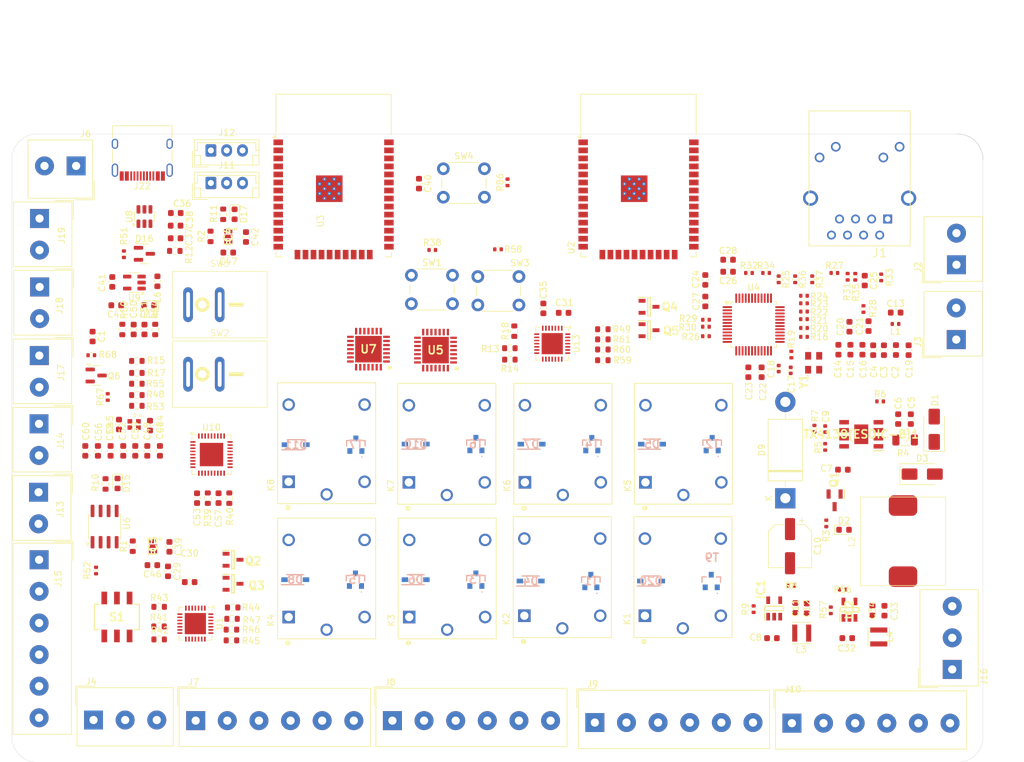
<source format=kicad_pcb>
(kicad_pcb (version 20240108) (generator "pcbnew") (generator_version "8.0")
  (layers (0 "F.Cu" signal) (31 "B.Cu" signal) (34 "B.Paste" user) (35 "F.Paste" user) (36 "B.SilkS" user "B.Silkscreen") (37 "F.SilkS" user "F.Silkscreen") (38 "B.Mask" user) (39 "F.Mask" user) (44 "Edge.Cuts" user))
  (net 0 "")
  (net 1 "+3.3V")
  (net 2 "GND")
  (net 3 "+3.3VA")
  (net 4 "+12V")
  (net 5 "Net-(C7-Pad1)")
  (net 6 "Net-(D3-K)")
  (net 7 "+5V")
  (net 8 "+5V_EXT")
  (net 9 "Net-(TX4138(ESOIC-8)1-FB)")
  (net 10 "+3.3V_1")
  (net 11 "/1V2O")
  (net 12 "/TOCAP")
  (net 13 "Net-(C24-Pad2)")
  (net 14 "Net-(C25-Pad1)")
  (net 15 "Net-(C26-Pad1)")
  (net 16 "Net-(C26-Pad2)")
  (net 17 "Net-(C27-Pad2)")
  (net 18 "Net-(C27-Pad1)")
  (net 19 "CGND")
  (net 20 "+3.3V_2")
  (net 21 "ESP_EN")
  (net 22 "Net-(D2-A)")
  (net 23 "Net-(D4-A)")
  (net 24 "Net-(D5-A)")
  (net 25 "Net-(D6-A)")
  (net 26 "Net-(D7-A)")
  (net 27 "Net-(D8-A)")
  (net 28 "Net-(D10-A)")
  (net 29 "Net-(D11-A)")
  (net 30 "+5V_USB")
  (net 31 "H")
  (net 32 "L")
  (net 33 "Net-(D20-A)")
  (net 34 "Net-(IC1-FB)")
  (net 35 "Net-(IC1-LX)")
  (net 36 "Net-(IC2-LX)")
  (net 37 "Net-(IC2-FB)")
  (net 38 "Net-(J1-Pad3)")
  (net 39 "Net-(J1-Pad11)")
  (net 40 "Net-(J1-Pad9)")
  (net 41 "Net-(J1-Pad1)")
  (net 43 "Net-(J6-Pin_2)")
  (net 44 "Net-(J6-Pin_1)")
  (net 45 "enable_stp1")
  (net 46 "dir1")
  (net 47 "PUL1")
  (net 48 "PUL2")
  (net 49 "enable_stp2")
  (net 50 "dir2")
  (net 51 "PUL3")
  (net 52 "enable_stp3")
  (net 53 "dir3")
  (net 54 "enable_stp4")
  (net 55 "PUL4")
  (net 56 "dir4")
  (net 58 "SBUSIN")
  (net 59 "Net-(J13-Pin_1)")
  (net 60 "Net-(J13-Pin_2)")
  (net 61 "Net-(J14-Pin_1)")
  (net 62 "Net-(J14-Pin_2)")
  (net 63 "dir1_3")
  (net 64 "enable_dc")
  (net 65 "PUL1_3")
  (net 66 "PUT")
  (net 67 "Net-(J17-Pin_2)")
  (net 68 "Net-(J17-Pin_1)")
  (net 69 "Net-(J18-Pin_2)")
  (net 70 "Net-(J18-Pin_1)")
  (net 71 "Net-(J19-Pin_1)")
  (net 72 "Net-(J19-Pin_2)")
  (net 81 "Net-(Q2-B)")
  (net 82 "Net-(Q3-B)")
  (net 83 "Net-(Q4-B)")
  (net 84 "Net-(Q5-B)")
  (net 85 "Net-(Q6-B)")
  (net 86 "RXDS")
  (net 87 "/ILIM")
  (net 88 "Net-(TX4138(ESOIC-8)1-BS)")
  (net 89 "/XO")
  (net 90 "Net-(U4-~{SCS})")
  (net 91 "SCLK")
  (net 92 "MISO")
  (net 93 "Net-(U4-SCLK)")
  (net 94 "Net-(U4-MISO)")
  (net 95 "MOSI")
  (net 96 "Net-(U4-MOSI)")
  (net 97 "INT")
  (net 98 "RST")
  (net 99 "Net-(U4-~{INT})")
  (net 100 "Net-(U4-~{RST})")
  (net 101 "/XI")
  (net 102 "/EXRES1")
  (net 103 "/TXN")
  (net 104 "/TXP")
  (net 105 "/RXN")
  (net 106 "/RXP")
  (net 107 "/LINKLED")
  (net 108 "/ACTLED")
  (net 109 "BOOT1")
  (net 110 "Net-(R38-Pad2)")
  (net 111 "Net-(U1-VBUS)")
  (net 112 "Net-(U1-~{RST})")
  (net 113 "ESP_3V3")
  (net 114 "Net-(S1-NO_1)")
  (net 115 "Net-(R58-Pad2)")
  (net 116 "BOOT2")
  (net 117 "Net-(S1-COM_1)")
  (net 118 "3.3V_2")
  (net 122 "R2")
  (net 123 "R3")
  (net 124 "R5")
  (net 125 "R4")
  (net 126 "R6")
  (net 127 "R7")
  (net 128 "R8")
  (net 129 "R1")
  (net 151 "Net-(C18-Pad1)")
  (net 153 "IO21{slash}WIRE_SDA_2")
  (net 157 "IO22{slash}WIRE_SCL_2")
  (net 160 "IO21{slash}WIRE_SDA_1")
  (net 161 "D")
  (net 162 "R")
  (net 166 "IO22{slash}WIRE_SCL_1")
  (net 168 "CS")
  (net 169 "PUUP1")
  (net 173 "PUUP")
  (net 177 "FUAL2PIN")
  (net 183 "FUALPIN")
  (net 239 "GNDPWR")
  (net 240 "VBUS_DTS")
  (net 241 "+5V_HOST_Filtered")
  (net 242 "+5V_PORT1")
  (net 243 "Net-(U9-BP)")
  (net 244 "+5V_PORT2")
  (net 245 "XTAL_OUT")
  (net 246 "XTAL_IN")
  (net 247 "Net-(U10-PLLFILT)")
  (net 248 "Net-(U10-CRFILT)")
  (net 249 "Net-(D15-K)")
  (net 250 "Net-(D17-K)")
  (net 251 "Net-(D18-K)")
  (net 252 "PRTPWR1")
  (net 253 "Net-(IC3-ILIMIT)")
  (net 254 "OCS_N1")
  (net 255 "PRTPWR2")
  (net 256 "Net-(IC4-ILIMIT)")
  (net 257 "OCS_N2")
  (net 258 "D-")
  (net 262 "D+")
  (net 264 "RTS1")
  (net 265 "DTR1")
  (net 266 "PUDUNE1")
  (net 267 "RTS2")
  (net 268 "DTR2")
  (net 269 "Net-(U13-VBUS)")
  (net 270 "/VBUS_DET")
  (net 271 "Net-(U13-~{RST})")
  (net 272 "TX0_1")
  (net 273 "RXD1")
  (net 274 "RX0_1")
  (net 275 "TXD1")
  (net 276 "Net-(U10-SCL{slash}SMBCLK{slash}CFG_SEL0)")
  (net 277 "Net-(U10-RBIAS)")
  (net 278 "Net-(U10-SDA{slash}SMBDATA{slash}NON_REM1)")
  (net 279 "Net-(U10-SUSP_IND{slash}LOCAL_PWR{slash}NON_REM0)")
  (net 280 "Net-(U10-HS_IND{slash}CFG_SEL1)")
  (net 281 "RXD2")
  (net 282 "TX0_2")
  (net 283 "RX0_2")
  (net 284 "TXD2")
  (net 285 "USB_PORT1_M")
  (net 286 "USB_PORT1_P")
  (net 287 "USBDP_UP")
  (net 288 "USBDM_UP")
  (net 291 "USB_PORT2_P")
  (net 297 "USB_PORT2_M")
  (footprint "Capacitor_SMD:C_0603_1608Metric" (layer "F.Cu") (at 103.75 75.925 90)
    (property "Reference" "C50")
    (property "Value" "100nF")
  )
  (footprint "Capacitor_SMD:C_0603_1608Metric" (layer "F.Cu") (at 226.25 79.2 90)
    (property "Reference" "C19")
    (property "Value" "0.1uF")
  )
  (footprint "TerminalBlock_Altech:Altech_AK100_1x06_P5.00mm" (layer "F.Cu") (at 176.65 138.1)
    (property "Reference" "J9")
    (property "Value" "Screw_Terminal_01x06")
  )
  (footprint "customESP_Controller:SS8050_SOT95P240X115-3N" (layer "F.Cu") (at 185.21429 76.0375)
    (property "Reference" "Q5")
    (property "Value" "SS8050-G(RANGE:120-200)" (hide yes))
  )
  (footprint "TerminalBlock_Altech:Altech_AK100_1x03_P5.00mm" (layer "F.Cu") (at 233.15 129.7 90)
    (property "Reference" "J16")
    (property "Value" "Screw_Terminal_01x03")
  )
  (footprint "Capacitor_SMD:C_0603_1608Metric" (layer "F.Cu") (at 105.9 95.125 90)
    (property "Reference" "C49")
    (property "Value" "100nF")
  )
  (footprint "Package_TO_SOT_SMD:SOT-23" (layer "F.Cu") (at 97.8125 83.2)
    (property "Reference" "Q6")
    (property "Value" "BC817")
  )
  (footprint "RF_Module:ESP32-WROOM-32" (layer "F.Cu") (at 183.55 54.57)
    (property "Reference" "U2")
    (property "Value" "ESP32-WROOM-32")
  )
  (footprint "customESP_Controller:TX4138_SOIC127P600X165-9N" (layer "F.Cu") (at 218.7625 92.5 180)
    (property "Reference" "TX4138(ESOIC-8)1")
    (property "Value" "~" (hide yes))
  )
  (footprint "Capacitor_SMD:C_0603_1608Metric" (layer "F.Cu") (at 113.76571 102.605 -90)
    (property "Reference" "C53")
    (property "Value" "100nF")
  )
  (footprint "Resistor_SMD:R_0402_1005Metric" (layer "F.Cu") (at 219.11429 72.6875 90)
    (property "Reference" "R28")
    (property "Value" "0R")
  )
  (footprint "Capacitor_SMD:C_0603_1608Metric" (layer "F.Cu") (at 218.95 79.125 90)
    (property "Reference" "C16")
    (property "Value" "0.1uF")
  )
  (footprint "Package_DFN_QFN:QFN-28-1EP_5x5mm_P0.5mm_EP3.35x3.35mm" (layer "F.Cu") (at 169.91429 78.1675 -90)
    (property "Reference" "U13")
    (property "Value" "CP2102N-Axx-xQFN28")
  )
  (footprint "Resistor_SMD:R_0402_1005Metric" (layer "F.Cu") (at 221.7525 87.3)
    (property "Reference" "R6")
    (property "Value" "5.23k/1%/R0402")
  )
  (footprint "Capacitor_SMD:C_0402_1005Metric" (layer "F.Cu") (at 205.71429 82.1075 -90)
    (property "Reference" "C18")
    (property "Value" "18pF")
  )
  (footprint "Resistor_SMD:R_0402_1005Metric" (layer "F.Cu") (at 209.71429 71.7875 180)
    (property "Reference" "R23")
    (property "Value" "20R")
  )
  (footprint "Resistor_SMD:R_0603_1608Metric" (layer "F.Cu") (at 177.91429 80.7875)
    (property "Reference" "R59")
    (property "Value" "10k (5%)")
  )
  (footprint "TerminalBlock_Altech:Altech_AK100_1x02_P5.00mm" (layer "F.Cu") (at 88.8825 69.2 -90)
    (property "Reference" "J18")
    (property "Value" "Screw_Terminal_01x02")
  )
  (footprint "Resistor_SMD:R_0402_1005Metric" (layer "F.Cu") (at 211.3625 91.61 90)
    (property "Reference" "R7")
    (property "Value" "30.1k/1%/R0402")
  )
  (footprint "Connector_JST:JST_EH_B3B-EH-A_1x03_P2.50mm_Vertical" (layer "F.Cu") (at 115.95 47.6)
    (property "Reference" "J12")
    (property "Value" "Conn_01x03_Pin")
  )
  (footprint "Capacitor_SMD:C_0603_1608Metric" (layer "F.Cu") (at 148.85 52.85 -90)
    (property "Reference" "C40")
    (property "Value" "1uF/10V/10%/X5R/C0603")
  )
  (footprint "TerminalBlock_Altech:Altech_AK100_1x02_P5.00mm" (layer "F.Cu") (at 94.65 50.05 180)
    (property "Reference" "J6")
    (property "Value" "Screw_Terminal_01x02")
  )
  (footprint "Resistor_SMD:R_0603_1608Metric" (layer "F.Cu") (at 163.21429 78.8875)
    (property "Reference" "R13")
    (property "Value" "22.1k (5%)")
  )
  (footprint "Resistor_SMD:R_0402_1005Metric" (layer "F.Cu") (at 209.71429 75.6875 180)
    (property "Reference" "R20")
    (property "Value" "20R")
  )
  (footprint "customESP_Controller:RELAY_SRD-05VDC-SL-C" (layer "F.Cu") (at 171.507142 115.1 90)
    (property "Reference" "K2")
    (property "Value" "SRD-05VDC-SL-C")
  )
  (footprint "Resistor_SMD:R_1206_3216Metric" (layer "F.Cu") (at 225.7 93.4)
    (property "Reference" "R4")
    (property "Value" "0.03R/1%/R1206")
  )
  (footprint "Package_QFP:LQFP-48_7x7mm_P0.5mm" (layer "F.Cu") (at 201.75179 75.1375)
    (property "Reference" "U4")
    (property "Value" "W5500")
  )
  (footprint "TerminalBlock_Altech:Altech_AK100_1x02_P5.00mm" (layer "F.Cu") (at 233.81429 65.6875 90)
    (property "Reference" "J2")
    (property "Value" "Screw_Terminal_01x02")
  )
  (footprint "Resistor_SMD:R_0402_1005Metric" (layer "F.Cu") (at 209.71429 70.5875 180)
    (property "Reference" "R24")
    (property "Value" "20R")
  )
  (footprint "LED_SMD:LED_0603_1608Metric" (layer "F.Cu") (at 216.0375 107.6)
    (property "Reference" "D2")
    (property "Value" "LED/RED/0603")
  )
  (footprint "Resistor_SMD:R_0402_1005Metric" (layer "F.Cu") (at 161.34 63.25 180)
    (property "Reference" "R58")
    (property "Value" "100R/R0402")
  )
  (footprint "Capacitor_SMD:C_0603_1608Metric" (layer "F.Cu") (at 219.91429 75.3875 90)
    (property "Reference" "C21")
    (property "Value" "0.1uF")
  )
  (footprint "customESP_Controller:SS8050_SOT95P240X115-3N" (layer "F.Cu") (at 119.45 116.15)
    (property "Reference" "Q3")
    (property "Value" "SS8050-G(RANGE:120-200)" (hide yes))
  )
  (footprint "TerminalBlock_Altech:Altech_AK100_1x06_P5.00mm" (layer "F.Cu") (at 144.65 137.8)
    (property "Reference" "J8")
    (property "Value" "Screw_Terminal_01x06")
  )
  (footprint "RF_Module:ESP32-WROOM-32" (layer "F.Cu") (at 135.35 54.57)
    (property "Reference" "U3")
    (property "Value" "ESP32-WROOM-32")
  )
  (footprint "Capacitor_SMD:C_0603_1608Metric" (layer "F.Cu") (at 203.01429 82.6875 -90)
    (property "Reference" "C22")
    (property "Value" "10nF")
  )
  (footprint "customESP_Controller:RELAY_SRD-05VDC-SL-C" (layer "F.Cu") (at 171.592858 94 90)
    (property "Reference" "K6")
    (property "Value" "SRD-05VDC-SL-C")
  )
  (footprint "Capacitor_SMD:C_0603_1608Metric" (layer "F.Cu") (at 171.71429 73.2875 180)
    (property "Reference" "C31")
    (property "Value" "4.7uF/6.3V (10%)")
  )
  (footprint "Resistor_SMD:R_0402_1005Metric" (layer "F.Cu") (at 216.61429 67.5775 90)
    (property "Reference" "R31")
    (property "Value" "49R9/1%")
  )
  (footprint "Package_SO:SOIC-8_3.9x4.9mm_P1.27mm" (layer "F.Cu") (at 99.15 107.1 90)
    (property "Reference" "U6")
    (property "Value" "SN65HVD233")
  )
  (footprint "Capacitor_SMD:C_0603_1608Metric" (layer "F.Cu") (at 200.91429 82.6875 -90)
    (property "Reference" "C23")
    (property "Value" "4.7uF")
  )
  (footprint "Capacitor_SMD:C_0603_1608Metric" (layer "F.Cu") (at 110.375 61.5)
    (property "Reference" "C37")
    (property "Value" "2.2uF")
  )
  (footprint "Resistor_SMD:R_0402_1005Metric" (layer "F.Cu") (at 97.05 80 180)
    (property "Reference" "R68")
    (property "Value" "10k")
  )
  (footprint "Resistor_SMD:R_0402_1005Metric" (layer "F.Cu") (at 213.2375 106.6 90)
    (property "Reference" "R3")
    (property "Value" "2.2k/R0402")
  )
  (footprint "Capacitor_SMD:C_0603_1608Metric" (layer "F.Cu") (at 216.55 124.75)
    (property "Reference" "C32")
    (property "Value" "22uF/6.3V/20%/X5R/C0603")
  )
  (footprint "Resistor_SMD:R_0603_1608Metric" (layer "F.Cu") (at 177.91429 79.0875 180)
    (property "Reference" "R60")
    (property "Value" "0R (5%)")
  )
  (footprint "Resistor_SMD:R_0603_1608Metric" (layer "F.Cu") (at 104.25 86.3)
    (property "Reference" "R48")
    (property "Value" "100k")
  )
  (footprint "Resistor_SMD:R_0603_1608Metric" (layer "F.Cu") (at 104.25 82.8)
    (property "Reference" "R17")
    (property "Value" "100k")
  )
  (footprint "customESP_Controller:RELAY_SRD-05VDC-SL-C" (layer "F.Cu") (at 190.65 94 90)
    (property "Reference" "K5")
    (property "Value" "SRD-05VDC-SL-C")
  )
  (footprint "Resistor_SMD:R_0402_1005Metric" (layer "F.Cu") (at 217.81429 67.5875 90)
    (property "Reference" "R35")
    (property "Value" "10R/1%")
  )
  (footprint "Capacitor_SMD:C_0603_1608Metric" (layer "F.Cu") (at 98.1 95.125 90)
    (property "Reference" "C56")
    (property "Value" "100nF")
  )
  (footprint "customESP_Controller:MCP23017T-E_ML_QFN65P600X600X100-29N-D" (layer "F.Cu") (at 140.86429 79.0375 180)
    (property "Reference" "U7")
    (property "Value" "MCP23017T-E/ML" (hide yes))
  )
  (footprint "TerminalBlock_Altech:Altech_AK100_1x02_P5.00mm" (layer "F.Cu") (at 88.7825 90.85 -90)
    (property "Reference" "J14")
    (property "Value" "Screw_Terminal_01x02")
  )
  (footprint "Capacitor_SMD:C_0603_1608Metric" (layer "F.Cu") (at 100.9875 72.1 180)
    (property "Reference" "C43")
    (property "Value" "2.2uF")
  )
  (footprint "Resistor_SMD:R_0402_1005Metric" (layer "F.Cu") (at 150.95 63.35)
    (property "Reference" "R38")
    (property "Value" "100R/R0402")
  )
  (footprint "Resistor_SMD:R_0402_1005Metric" (layer "F.Cu") (at 99.65 86.6 90)
    (property "Reference" "R67")
    (property "Value" "1k")
  )
  (footprint "Capacitor_SMD:C_0603_1608Metric" (layer "F.Cu") (at 106.7 113.205 180)
    (property "Reference" "C46")
    (property "Value" "2.2uF")
  )
  (footprint "Resistor_SMD:R_0603_1608Metric" (layer "F.Cu") (at 107.75 122.9)
    (property "Reference" "R41")
    (property "Value" "22.1k (5%)")
  )
  (footprint "TerminalBlock_Altech:Altech_AK100_1x03_P5.00mm" (layer "F.Cu") (at 97.4 137.7)
    (property "Reference" "J4")
    (property "Value" "Screw_Terminal_01x03")
  )
  (footprint "Resistor_SMD:R_0402_1005Metric" (layer "F.Cu") (at 208.31429 67.9875 -90)
    (property "Reference" "R36")
    (property "Value" "330R")
  )
  (footprint "Capacitor_SMD:C_0603_1608Metric" (layer "F.Cu") (at 204.65 124.75)
    (property "Reference" "C8")
    (property "Value" "22uF/6.3V/20%/X5R/C0603")
  )
  (footprint "Capacitor_SMD:C_0603_1608Metric" (layer "F.Cu") (at 110.4 57.5)
    (property "Reference" "C36")
    (property "Value" "2.2uF")
  )
  (footprint "Resistor_SMD:R_0603_1608Metric" (layer "F.Cu") (at 177.91429 75.8875)
    (property "Reference" "R49")
    (property "Value" "10k (5%)")
  )
  (footprint "Resistor_SMD:R_0402_1005Metric" (layer "F.Cu") (at 194.21429 76.9875 180)
    (property "Reference" "R26")
    (property "Value" "12.4k/1%")
  )
  (footprint "customESP_Controller:RELAY_SRD-05VDC-SL-C" (layer "F.Cu") (at 190.56429 115.1 90)
    (property "Reference" "K1")
    (property "Value" "SRD-05VDC-SL-C")
  )
  (footprint "customESP_Controller:WPM2015-3TR_SOT95P240X130-3N" (layer "F.Cu") (at 214.55 102.95 -90)
    (property "Reference" "Q1")
    (property "Value" "WPM2015-3/TR" (hide yes))
  )
  (footprint "Resistor_SMD:R_0603_1608Metric" (layer "F.Cu") (at 119.2 123.4 180)
    (property "Reference" "R46")
    (property "Value" "0R (5%)")
  )
  (footprint "Resistor_SMD:R_0402_1005Metric" (layer "F.Cu") (at 207.7 116.45)
    (property "Reference" "R8")
    (property "Value" "220k/R0402")
  )
  (footprint "Resistor_SMD:R_0402_1005Metric" (layer "F.Cu") (at 203.72429 66.9875)
    (property "Reference" "R34")
    (property "Value" "49R9/1%")
  )
  (footprint "Capacitor_SMD:C_0603_1608Metric" (layer "F.Cu") (at 100.1 95.125 90)
    (property "Reference" "C58")
    (property "Value" "100nF")
  )
  (footprint "Resistor_SMD:R_0603_1608Metric" (layer "F.Cu") (at 107.775 124.95)
    (property "Reference" "R42")
    (property "Value" "47.5k (5%)")
  )
  (footprint "customESP_Controller:IND_NR3015T2R2M" (layer "F.Cu") (at 221.53 124.562 90)
    (property "Reference" "L4")
    (property "Value" "2.2uH/1.5A/DCR=72mR/20%/3.00x3.00x1.50mm/CD32(NR3015T2R2M)")
  )
  (footprint "Capacitor_SMD:C_0603_1608Metric" (layer "F.Cu") (at 220.53 120.387 -90)
    (property "Reference" "C34")
    (property "Value" "22uF/6.3V/20%/X5R/C0603")
  )
  (footprint "Resistor_SMD:R_0402_1005Metric" (layer "F.Cu") (at 194.22429 74.3875 180)
    (property "Reference" "R29")
    (property "Value" "0R")
  )
  (footprint "Capacitor_SMD:C_0603_1608Metric" (layer "F.Cu") (at 106.325 91.125 90)
    (property "Reference" "C44")
    (property "Value" "10pF")
  )
  (footprint "customESP_Controller:Power Switch - RS601HL-1010011BB" (layer "F.Cu") (at 117.35 61.75)
    (property "Reference" "SW5")
    (property "Value" "SW_DPST_x2")
  )
  (footprint "Capacitor_SMD:C_0603_1608Metric" (layer "F.Cu") (at 112.6 115.88 180)
    (property "Reference" "C30")
    (property "Value" "0.1uF/50V (10%)")
  )
  (footprint "Diode_SMD:D_SMA" (layer "F.Cu") (at 230.3 91.7 90)
    (property "Reference" "D1")
    (property "Value" "SMAJ58A")
  )
  (footprint "Resistor_SMD:R_0402_1005Metric" (layer "F.Cu") (at 207.71429 79.8875 -90)
    (property "Reference" "R19")
    (property "Value" "0R")
  )
  (footprint "Capacitor_SMD:C_0603_1608Metric" (layer "F.Cu") (at 109.4 110.305 -90)
    (property "Reference" "C39")
    (property "Value" "2.2uF")
  )
  (footprint "Inductor_SMD:L_0603_1608Metric" (layer "F.Cu") (at 107.5 68.3 -90)
    (property "Reference" "L6")
    (property "Value" "120R 3A")
  )
  (footprint "Package_DFN_QFN:QFN-28-1EP_5x5mm_P0.5mm_EP3.35x3.35mm" (layer "F.Cu") (at 113.5 122.45 -90)
    (property "Reference" "U1")
    (property "Value" "CP2102N-Axx-xQFN28")
  )
  (footprint "Capacitor_SMD:C_0603_1608Metric" (layer "F.Cu") (at 208.35 119.975 -90)
    (property "Reference" "C11")
    (property "Value" "22uF/6.3V/20%/X5R/C0603")
  )
  (footprint "Resistor_SMD:R_0402_1005Metric" (layer "F.Cu") (at 201.75 120.16 -90)
    (property "Reference" "R9")
    (property "Value" "49.9k/1%/R0402")
  )
  (footprint "Resistor_SMD:R_0603_1608Metric" (layer "F.Cu") (at 119.3 121.7 180)
    (property "Reference" "R47")
    (property "Value" "0R (5%)")
  )
  (footprint "customESP_Controller:RELAY_SRD-05VDC-SL-C" (layer "F.Cu") (at 153.307142 115.3125 90)
    (property "Reference" "K3")
    (property "Value" "SRD-05VDC-SL-C")
  )
  (footprint "Connector_USB:USB_C_Receptacle_HRO_TYPE-C-31-M-12" (layer "F.Cu") (at 105.11 47.6 180)
    (property "Reference" "J22")
    (property "Value" "USB_C_Receptacle_USB2.0_16P")
  )
  (footprint "Package_TO_SOT_SMD:SOT-23-5" (layer "F.Cu") (at 103.8625 68.5 180)
    (property "Reference" "U9")
    (property "Value" "SPX3819M5-L-3-3")
  )
  (footprint "Capacitor_SMD:C_0603_1608Metric" (layer "F.Cu") (at 224.25 79.175 90)
    (property "Reference" "C2")
    (property "Value" "10uF/16V")
  )
  (footprint "Capacitor_SMD:C_0603_1608Metric" (layer "F.Cu") (at 216.90429 75.4875 90)
    (property "Reference" "C20")
    (property "Value" "10uF/16V")
  )
  (footprint "Resistor_SMD:R_0402_1005Metric" (layer "F.Cu") (at 97.8 114.05 -90)
    (property "Reference" "R52")
    (property "Value" "10k")
  )
  (footprint "Capacitor_SMD:C_0603_1608Metric" (layer "F.Cu") (at 110.375 59.5)
    (property "Reference" "C38")
    (property "Value" "2.2uF")
  )
  (footprint "TerminalBlock_Altech:Altech_AK100_1x02_P5.00mm" (layer "F.Cu") (at 88.715 101.6675 -90)
    (property "Reference" "J13")
    (property "Value" "Screw_Terminal_01x02")
  )
  (footprint "Capacitor_SMD:C_0603_1608Metric" (layer "F.Cu") (at 102.1 95.125 90)
    (property "Reference" "C52")
    (property "Value" "100nF")
  )
  (footprint "Package_TO_SOT_SMD:SOT-23" (layer "F.Cu") (at 105.4375 63.95)
    (property "Reference" "D16")
    (property "Value" "NUP2105L")
  )
  (footprint "Connector_JST:JST_EH_B3B-EH-A_1x03_P2.50mm_Vertical" (layer "F.Cu") (at 115.95 52.75)
    (property "Reference" "J11")
    (property "Value" "Conn_01x03_Pin")
  )
  (footprint "customESP_Controller:SS8050_SOT95P240X115-3N" (layer "F.Cu") (at 185.21429 72.3375)
    (property "Reference" "Q4")
    (property "Value" "SS8050-G(RANGE:120-200)" (hide yes))
  )
  (footprint "Resistor_SMD:R_0603_1608Metric" (layer "F.Cu") (at 104.25 80.9 180)
    (property "Reference" "R15")
    (property "Value" "100k")
  )
  (footprint "Resistor_SMD:R_0603_1608Metric" (layer "F.Cu") (at 115.9 61.2 90)
    (property "Reference" "R2")
    (property "Value" "330R")
  )
  (footprint "TerminalBlock_Altech:Altech_AK100_1x02_P5.00mm" (layer "F.Cu") (at 88.865 58.3675 -90)
    (property "Reference" "J19")
    (property "Value" "Screw_Terminal_01x02")
  )
  (footprint "Resistor_SMD:R_0603_1608Metric" (layer "F.Cu") (at 163.91429 76.1875 90)
    (property "Reference" "R18")
    (property "Value" "2k (5%)")
  )
  (footprint "Resistor_SMD:R_0402_1005Metric" (layer "F.Cu") (at 205.71429 67.9875 -90)
    (property "Reference" "R25")
    (property "Value" "20R")
  )
  (footprint "customESP_Controller:RELAY_SRD-05VDC-SL-C" (layer "F.Cu") (at 153.25 94.0125 90)
    (property "Reference" "K7")
    (property "Value" "SRD-05VDC-SL-C")
  )
  (footprint "Capacitor_SMD:C_0603_1608Metric" (layer "F.Cu") (at 194.11429 68.0875 90)
    (property "Reference" "C24")
    (property "Value" "10nF")
  )
  (footprint "Diode_THT:D_DO-201AD_P15.24mm_Horizontal" (layer "F.Cu") (at 206.7625 102.62 90)
    (property "Reference" "D9")
    (property "Value" "1N5822")
  )
  (footprint "customESP_Controller:RELAY_SRD-05VDC-SL-C" (layer "F.Cu") (at 134.25 93.9125 90)
    (property "Reference" "K8")
    (property "Value" "SRD-05VDC-SL-C")
  )
  (footprint "Capacitor_SMD:C_0603_1608Metric" (layer "F.Cu") (at 197.71429 66.7875 180)
    (property "Reference" "C26")
    (property "Value" "6.8nF")
  )
  (footprint "Resistor_SMD:R_0402_1005Metric" (layer "F.Cu") (at 194.21429 75.4875 180)
    (property "Reference" "R30")
    (property "Value" "0R")
  )
  (footprint "customESP_Controller:SS8050_SOT95P240X115-3N" (layer "F.Cu") (at 119.45 112.35)
    (property "Reference" "Q2")
    (property "Value" "SS8050-G(RANGE:120-200)" (hide yes))
  )
  (footprint "LED_SMD:LED_0603_1608Metric" (layer "F.Cu") (at 106.1625 72.1 180)
    (property "Reference" "D18")
    (property "Value" "LED")
  )
  (footprint "TerminalBlock_Altech:Altech_AK100_1x06_P5.00mm" (layer "F.Cu") (at 113.55 137.8)
    (property "Reference" "J7")
    (property "Value" "Screw_Terminal_01x06")
  )
  (footprint "Resistor_SMD:R_0603_1608Metric" (layer "F.Cu") (at 117.9 57.7 -90)
    (property "Reference" "R11")
    (property "Value" "330R")
  )
  (footprint "Capacitor_SMD:C_0603_1608Metric" (layer "F.Cu") (at 197.71429 64.8875)
    (property "Reference" "C28")
    (property "Value" "1nF/2kV")
  )
  (footprint "Button_Switch_THT:SW_PUSH_6mm" (layer "F.Cu") (at 152.7 50.5)
    (property "Reference" "SW4")
    (property "Value" "TS665CJ")
  )
  (footprint "Capacitor_SMD:C_0603_1608Metric" (layer "F.Cu") (at 210.15 120.05 -90)
    (property "Reference" "C12")
    (property "Value" "22uF/6.3V/20%/X5R/C0603")
  )
  (footprint "Capacitor_SMD:C_0603_1608Metric" (layer "F.Cu") (at 224.2 73.25)
    (property "Reference" "C13")
    (property "Value" "100nF")
  )
  (footprint "Resistor_SMD:R_0603_1608Metric" (layer "F.Cu") (at 103.6 110.205 90)
    (property "Reference" "R1")
    (property "Value" "330R")
  )
  (footprint "Resistor_SMD:R_0402_1005Metric" (layer "F.Cu") (at 211.01429 67.9875 -90)
    (property "Reference" "R37")
    (property "Value" "330R")
  )
  (footprint "Capacitor_SMD:C_0603_1608Metric" (layer "F.Cu") (at 220.65 79.2 90)
    (property "Reference" "C4")
    (property "Value" "0.1uF")
  )
  (footprint "Resistor_SMD:R_0603_1608Metric" (layer "F.Cu") (at 163.21429 80.6875 180)
    (property "Reference" "R14")
    (property "Value" "47.5k (5%)")
  )
  (footprint "Resistor_SMD:R_0402_1005Metric" (layer "F.Cu") (at 215.83 117.062)
    (property "Reference" "R56")
    (property "Value" "220k/R0402")
  )
  (footprint "customESP_Controller:SL0630-330M" (layer "F.Cu") (at 215.085 109.235 90)
    (property "Reference" "L2")
    (property "Value" "33uH/SL0630-330M")
  )
  (footprint "customESP_Controller:J1B1211CCD" (layer "F.Cu") (at 218.5 52.1 180)
    (property "Reference" "J1")
    (property "Value" "J1B1211CCD")
  )
  (footprint "customESP_Controller:RELAY_SRD-05VDC-SL-C" (layer "F.Cu") (at 134.25 115.3125 90)
    (property "Reference" "K4")
    (property "Value" "SRD-05VDC-SL-C")
  )
  (footprint "customESP_Controller:MCP23017T-E_ML_QFN65P600X600X100-29N-D" (layer "F.Cu") (at 151.46429 79.1875 180)
    (property "Reference" "U5")
    (property "Value" "MCP23017T-E/ML" (hide yes))
  )
  (footprint "Capacitor_SMD:C_0402_1005Metric" (layer "F.Cu") (at 207.61429 82.3875 -90)
    (property "Reference" "C17")
    (property "Value" "18pF")
  )
  (footprint "Package_DFN_QFN:QFN-36-1EP_6x6mm_P0.5mm_EP3.7x3.7mm" (layer "F.Cu") (at 116.05 95.7125)
    (property "Reference" "U10")
    (property "Value" "USB2514B_Bi")
  )
  (footprint "Capacitor_SMD:C_0603_1608Metric" (layer "F.Cu") (at 107.9 95.125 90)
    (property "Reference" "C48")
    (property "Value" "2.2uF")
  )
  (footprint "Capacitor_SMD:C_0603_1608Metric" (layer "F.Cu") (at 217.05 79.125 90)
    (property "Reference" "C15")
    (property "Value" "0.1uF")
  )
  (footprint "Capacitor_SMD:C_0603_1608Metric" (layer "F.Cu") (at 215.8625 98.1)
    (property "Reference" "C7")
    (property "Value" "100nf/100V/10%/X7R/C0603")
  )
  (footprint "Capacitor_SMD:C_0603_1608Metric" (layer "F.Cu") (at 97.25 77.0375 -90)
    (property "Reference" "C1")
    (property "Value" "4.7nF")
  )
  (footprint "Resistor_SMD:R_0603_1608Metric" (layer "F.Cu") (at 104.25 84.5)
    (property "Reference" "R55")
    (property "Value" "100k")
  )
  (footprint "Capacitor_SMD:CP_Elec_6.3x7.7" (layer "F.Cu") (at 207.5 110.2 -90)
    (property "Reference" "C10")
    (property "Value" "470uF/10V/RVT1A471M0607")
  )
  (footprint "Resistor_SMD:R_0603_1608Metric" (layer "F.Cu") (at 119.4 119.9)
    (property "Reference" "R44")
    (property "Value" "10k (5%)")
  )
  (footprint "customESP_Controller:SY80B9AAAC_SOT95P285X140-5N" (layer "F.Cu") (at 205 120.05 90)
    (property "Reference" "IC1")
    (property "Value" "SMD_IC_SY8089AAAC" (hide yes))
  )
  (footprint "Capacitor_SMD:C_0603_1608Metric" (layer "F.Cu") (at 100.3625 68.4 -90)
    (property "Reference" "C41")
    (property "Value" "100nF")
  )
  (footprint "Capacitor_SMD:C_0603_1608Metric" (layer "F.Cu") (at 168.51429 72.5875 -90)
    (property "Reference" "C35")
    (property "Value" "0.1uF/50V (10%)")
  )
  (footprint "customESP_Controller:SY80B9AAAC_SOT95P285X140-5N" (layer "F.Cu") (at 216.9 120.25 90)
    (property "Reference" "IC2")
    (property "Value" "SMD_IC_SY8089AAAC" (hide yes))
  )
  (footprint "customESP_Controller:OSC_XRCGB24M000F2P00R0" (layer "F.Cu") (at 103.825 90.95 -90)
    (property "Reference" "Y2")
    (property "Value" "XRCGB24M000F2P00R0")
  )
  (footprint "Resistor_SMD:R_0603_1608Metric" (layer "F.Cu") (at 104.25 88)
    (property "Reference" "R53")
    (property "Value" "100k")
  )
  (footprint "Resistor_SMD:R_0402_1005Metric" (layer "F.Cu") (at 213.95 120.35 -90)
    (property "Reference" "R57")
    (property "Value" "49.9k/1%/R0402")
  )
  (footprint "Diode_SMD:D_SMA" (layer "F.Cu") (at 228.4 98.8)
    (property "Reference" "D3")
    (property "Value" "SS310")
  )
  (footprint "Capacitor_SMD:C_0603_1608Metric" (layer "F.Cu") (at 226.6 90.1 90)
    (property "Reference" "C5")
    (property "Value" "100uF/63V/20%/10x13MM/Low_ESR/RM5")
  )
  (footprint "Capacitor_SMD:C_0603_1608Metric" (layer "F.Cu") (at 96.1 95.125 90)
    (property "Reference" "C60")
    (property "Value" "100nF")
  )
  (footprint "Resistor_SMD:R_0402_1005Metric" (layer "F.Cu") (at 209.71429 77.0875 180)
    (property "Reference" "R16")
    (property "Value" "1M")
  )
  (footprint "TerminalBlock_Altech:Altech_AK100_1x02_P5.00mm" (layer "F.Cu") (at 88.8325 80.05 -90)
    (property "Reference" "J17")
    (property "Value" "Screw_Terminal_01x02")
  )
  (footprint "Capacitor_SMD:C_0603_1608Metric" (layer "F.Cu") (at 224.6 90.1 90)
    (property "Reference" "C6")
    (property "Value" "100uF/100V/10%/X7R/C0603")
  )
  (footprint "Capacitor_SMD:C_0603_1608Metric" (layer "F.Cu") (at 109.175 114.18 -90)
    (property "Reference" "C29")
    (property "Value" "4.7uF/6.3V (10%)")
  )
  (footprint "Capacitor_SMD:C_0603_1608Metric" (layer "F.Cu") (at 117.16571 102.605 -90)
    (property "Reference" "C57")
    (property "Value" "10nF")
  )
  (footprint "Capacitor_SMD:C_0603_1608Metric" (layer "F.Cu") (at 222.43 120.412 -90)
    (property "Reference" "C33")
    (property "Value" "22uF/6.3V/20%/X5R/C0603")
  )
  (footprint "Capacitor_SMD:C_0603_1608Metric" (layer "F.Cu") (at 222.35 79.2 90)
    (property "Reference" "C3")
    (property "Value" "0.1uF")
  )
  (footprint "Resistor_SMD:R_0402_1005Metric" (layer "F.Cu") (at 162.85 52.65 90)
    (property "Reference" "R86")
    (property "Value" "10k/R0402")
  )
  (footprint "customESP_Controller:MIC2099_SON50P160X160X60-7N-D" (layer "F.Cu") (at 118.7 61.2 -90)
    (property "Reference" "IC4")
    (property "Value" "MIC2099-1YMTTR" (hide yes))
  )
  (footprint "TerminalBlock_Altech:Altech_AK100_1x02_P5.00mm" (layer "F.Cu") (at 233.78179 77.52 90)
    (property "Reference" "J3")
    (property "Value" "Screw_Terminal_01x02")
  )
  (footprint "Capacitor_SMD:C_0402_1005Metric" (layer "F.Cu") (at 213.0625 91.68 90)
    (property "Reference" "C9")
    (property "Value" "12pF/50V/5%/COG/C0402")
  )
  (footprint "LED_SMD:LED_0603_1608Metric" (layer "F.Cu") (at 119.7 57.7 -90)
    (property "Reference" "D17")
    (property "Value" "LED")
  )
  (footprint "Resistor_SMD:R_0603_1608Metric" (layer "F.Cu") (at 107.15 75.925 90)
    (property "Reference" "R54")
    (property "Value" "100k")
  )
  (footprint "Capacitor_SMD:C_0603_1608Metric" (layer "F.Cu") (at 101.425 90.95 90)
    (property "Reference" "C45")
    (property "Value" "10pF")
  )
  (footprint "Resistor_SMD:R_0402_1005Metric" (layer "F.Cu") (at 209.71429 73.0875 180)
    (property "Reference" "R22")
    (property "Value" "20R")
  )
  (footprint "Resistor_SMD:R_0603_1608Metric" (layer "F.Cu") (at 115.46571 102.605 -90)
    (property "Reference" "R39")
    (property "Value" "10k")
  )
  (footprint "Capacitor_SMD:C_0603_1608Metric" (layer "F.Cu") (at 104 95.125 90)
    (property "Reference" "C59")
    (property "Value" "100nF")
  )
  (footprint "Resistor_SMD:R_0603_1608Metric" (layer "F.Cu") (at 110.25 63.5)
    (property "Reference" "R12")
    (property "Value" "330R")
  )
  (footprint "LED_SMD:LED_0603_1608Metric" (layer "F.Cu") (at 101.2 100.28 -90)
    (property "Reference" "D15")
    (property "Value" "LED")
  )
  (footprint "Button_Switch_THT:SW_PUSH_6mm" (layer "F.Cu") (at 147.65 67.35)
    (property "Reference" "SW1")
    (property "Value" "TS665CJ")
  )
  (footprint "Button_Switch_THT:SW_PUSH_6mm" (layer "F.Cu") (at 158.15 67.55)
    (property "Reference" "SW3")
    (property "Value" "TS665CJ")
  )
  (footprint "Resistor_SMD:R_0603_1608Metric" (layer "F.Cu") (at 107.775 119.8)
    (property "Reference" "R43")
    (property "Value" "2k (5%)")
  )
  (footprint "customESP_Controller:Power Switch - RS601HL-1010011BB" (layer "F.Cu") (at 117.35 72.75)
    (property "Reference" "SW2")
    (property "Value" "SW_DPST_x2")
  )
  (footprint "Resistor_SMD:R_0603_1608Metric" (layer "F.Cu") (at 99.3 100.355 -90)
    (property "Reference" "R10")
    (property "Value" "330R")
  )
  (footprint "TerminalBlock_Altech:Altech_AK100_1x06_P5.00mm" (layer "F.Cu") (at 207.8 138.2)
    (property "Reference" "J10")
    (property "Value" "Screw_Terminal_01x06")
  )
  (footprint "Resistor_SMD:R_0402_1005Metric" (layer "F.Cu") (at 201.01429 66.9875)
    (property "Reference" "R32")
    (property "Value" "49R9/1%")
  )
  (footprint "Resistor_SMD:R_0603_1608Metric" (layer "F.Cu") (at 177.91429 77.4875 180)
    (property "Reference" "R61")
    (property "Value" "0R (5%)")
  )
  (footprint "Resistor_SMD:R_0402_1005Metric" (layer "F.Cu") (at 209.70429 74.2875 180)
    (property "Reference" "R21")
    (property "Value" "20R")
  )
  (footprint "customESP_Controller:HSO321S" (layer "F.Cu") (at 211.23929 81.1875 -90)
    (property "Reference" "Y1")
    (property "Value" "HSO321S 24MHZ 3.3V -40~+85℃" (hide yes))
  )
  (footprint "Resistor_SMD:R_0402_1005Metric" (layer "F.Cu") (at 224.175 75.05 180)
    (property "Reference" "L1")
    (property "Value" "600R")
  )
  (footprint "Package_TO_SOT_SMD:SOT-23-6" (layer "F.Cu") (at 105.45 58.0625 90)
    (property "Reference" "U8")
    (property "Value" "USBLC6-2SC6")
  )
  (footprint "Resistor_SMD:R_0402_1005Metric" (layer "F.Cu") (at 213.0625 94.5 -90)
    (property "Reference" "R5")
    (property "Value" "4.7R/R0402")
  )
  (footprint "Resistor_SMD:R_0603_1608Metric" (layer "F.Cu") (at 118.86571 102.605 -90)
    (property "Reference" "R40")
    (property "Value" "10k")
  )
  (footprint "Capacitor_SMD:C_0603_1608Metric" (layer "F.Cu") (at 194.11429 71.4875 90)
    (property "Reference" "C27")
    (property "Value" "6.8nF")
  )
  (footprint "TerminalBlock_Altech:Altech_AK100_1x06_P5.00mm" (layer "F.Cu") (at 88.8 112.35 -90)
    (property "Reference" "J15")
    (property "Value" "Screw_Terminal_01x06")
  )
  (footprint "Capacitor_SMD:C_0603_1608Metric" (layer "F.Cu") (at 121.5 61.3 -90)
    (property "Reference" "C42")
    (property "Value" "2.2uF")
  )
  (footprint "Resistor_SMD:R_0603_1608Metric" (layer "F.Cu") (at 101.95 75.925 -90)
    (property "Reference" "R50")
    (property "Value" "12k")
  )
  (footprint "Capacitor_SMD:C_0603_1608Metric" (layer "F.Cu") (at 105.45 75.925 90)
    (property "Reference" "C51")
    (property "Value" "10nF")
  )
  (footprint "Capacitor_SMD:C_0603_1608Metric" (layer "F.Cu") (at 118.7 63.75 180)
    (property "Reference" "C47")
    (property "Value" "2.2uF")
  )
  (footprint "Capacitor_SMD:C_0603_1608Metric" (layer "F.Cu") (at 219.31429 68.1875 -90)
    (property "Reference" "C25")
    (property "Value" "22nF")
  )
  (footprint "Resistor_SMD:R_0402_1005Metric" (layer "F.Cu") (at 221.91429 67.6875 -90)
    (property "Reference" "R33")
    (property "Value" "49R9/1%")
  )
  (footprint "Resistor_SMD:R_0402_1005Metric" (layer "F.Cu") (at 102.205 64.02 -90)
    (property "Reference" "R51")
    (property "Value" "120R")
  )
  (footprint "customESP_Controller:MIC2099_SON50P160X160X60-7N-D" (layer "F.Cu") (at 106.8 110.205 -90)
    (property "Reference" "IC3")
    (property "Value" "MIC2099-1YMTTR" (hide yes))
  )
  (footprint "customESP_Controller:MS22D28G020" (layer "F.Cu") (at 101.1 121.4)
    (property "Reference" "S1")
    (property "Value" "MS-22D28-G020" (hide yes))
  )
  (footprint "Resistor_SMD:R_0603_1608Metric" (layer "F.Cu") (at 119.2 125.1)
    (property "Reference" "R45")
    (property "Value" "10k (5%)")
  )
  (footprint "Resistor_SMD:R_0402_1005Metric" (layer "F.Cu") (at 214.51429 66.9875)
    (property "Reference" "R27")
    (property "Value" "0R")
  )
  (footprint "Capacitor_SMD:C_0603_1608Metric" (layer "F.Cu") (at 215.15 79.125 90)
    (property "Reference" "C14")
    (property "Value" "0.1uF")
  )
  (footprint "customESP_Controller:IND_NR3015T2R2M" (layer "F.Cu") (at 209.35 123.95)
    (property "Reference" "L3")
    (property "Value" "2.2uH/1.5A/DCR=72mR/20%/3.00x3.00x1.50mm/CD32(NR3015T2R2M)")
  )
  (footprint "customESP_Controller:LMUN2235LT1G" (layer "B.Cu") (at 176.016658 115.7125)
    (property "Reference" "T1")
    (property "Value" "LMUN2235LT1G(SOT-23)" (hide yes))
  )
  (footprint "customESP_Controller:1N4148W_SODFL3816X120N" (layer "B.Cu") (at 148.323802 115.5)
    (property "Reference" "D6")
    (property "Value" "1N4148W(SOD-123)" (hide yes))
  )
  (footprint "customESP_Controller:1N4148W_SODFL3816X120N" (layer "B.Cu") (at 129.29047 115.5)
    (property "Reference" "D8")
    (property "Value" "1N4148W(SOD-123)" (hide yes))
  )
  (footprint "customESP_Controller:LMUN2235LT1G" (layer "B.Cu") (at 157.840468 115.5)
    (property "Reference" "T3")
    (property "Value" "LMUN2235LT1G(SOT-23)" (hide yes))
  )
  (footprint "customESP_Controller:1N4148W_SODFL3816X120N" (layer "B.Cu") (at 129.354764 94.15)
    (property "Reference" "D11")
    (property "Value" "1N4148W(SOD-123)" (hide yes))
  )
  (footprint "customESP_Controller:LMUN2235LT1G" (layer "B.Cu") (at 195.05 115.7125)
    (property "Reference" "T9")
    (property "Value" "LMUN2235LT1G(SOT-23)" (hide yes))
  )
  (footprint "customESP_Controller:1N4148W_SODFL3816X120N" (layer "B.Cu") (at 166.499992 115.7125)
    (property "Reference" "D4")
    (property "Value" "1N4148W(SOD-123)" (hide yes))
  )
  (footprint "customESP_Controller:1N4148W_SODFL3816X120N" (layer "B.Cu") (at 185.683334 94.0625)
    (property "Reference" "D5")
    (property "Value" "1N4148W(SOD-123)" (hide yes))
  )
  (footprint "customESP_Controller:1N4148W_SODFL3816X120N" (layer "B.Cu") (at 148.330954 94.05)
    (property "Reference" "D10")
    (property "Value" "1N4148W(SOD-123)" (hide yes))
  )
  (footprint "customESP_Controller:1N4148W_SODFL3816X120N" (layer "B.Cu") (at 185.533324 115.7125)
    (property "Reference" "D20")
    (property "Value" "1N4148W(SOD-123)" (hide yes))
  )
  (footprint "customESP_Controller:LMUN2235LT1G" (layer "B.Cu") (at 157.84762 94.05)
    (property "Reference" "T6")
    (property "Value" "LMUN2235LT1G(SOT-23)" (hide yes))
  )
  (footprint "customESP_Controller:LMUN2235LT1G" (layer "B.Cu") (at 195.2 94.0625)
    (property "Reference" "T2")
    (property "Value" "LMUN2235LT1G(SOT-23)" (hide yes))
  )
  (footprint "customESP_Controller:LMUN2235LT1G" (layer "B.Cu") (at 176.166668 94.0625)
    (property "Reference" "T4")
    (property "Value" "LMUN2235LT1G(SOT-23)" (hide yes))
  )
  (footprint "customESP_Controller:LMUN2235LT1G" (layer "B.Cu") (at 138.87143 94.15)
    (property "Reference" "T7")
    (property "Value" "LMUN2235LT1G(SOT-23)" (hide yes))
  )
  (footprint "customESP_Controller:1N4148W_SODFL3816X120N" (layer "B.Cu") (at 166.650002 94.0625)
    (property "Reference" "D7")
    (property "Value" "1N4148W(SOD-123)" (hide yes))
  )
  (footprint "customESP_Controller:LMUN2235LT1G" (layer "B.Cu") (at 138.807136 115.5)
    (property "Reference" "T5")
    (property "Value" "LMUN2235LT1G(SOT-23)" (hide yes))
  )
  (gr_line (start 84.5 140.371573) (end 84.5 49) (stroke (width 0.05)) (layer "Edge.Cuts"))
  (gr_arc (start 234 45) (mid 236.828427 46.171573) (end 238 49) (stroke (width 0.1)) (layer "Edge.Cuts"))
  (gr_arc (start 88.5 144.371573) (mid 85.671573 143.2) (end 84.5 140.371573) (stroke (width 0.05)) (layer "Edge.Cuts"))
  (gr_line (start 238 49) (end 238 140.371573) (stroke (width 0.05)) (layer "Edge.Cuts"))
  (gr_line (start 234 144.371573) (end 88.5 144.371573) (stroke (width 0.05)) (layer "Edge.Cuts"))
  (gr_line (start 88.5 45) (end 234 45) (stroke (width 0.05)) (layer "Edge.Cuts"))
  (gr_arc (start 238 140.371573) (mid 236.828427 143.2) (end 234 144.371573) (stroke (width 0.05)) (layer "Edge.Cuts"))
  (gr_arc (start 84.5 49) (mid 85.671573 46.171573) (end 88.5 45) (stroke (width 0.05)) (layer "Edge.Cuts"))
)
</source>
